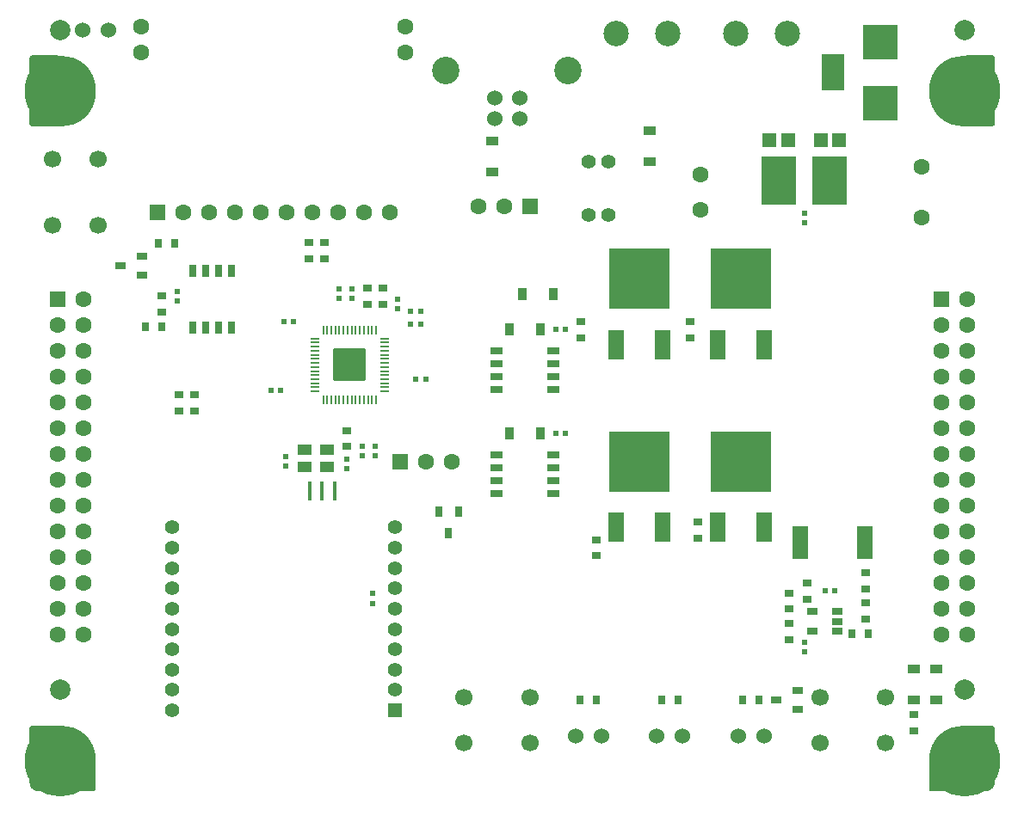
<source format=gts>
G04 #@! TF.GenerationSoftware,KiCad,Pcbnew,(6.0.11)*
G04 #@! TF.CreationDate,2023-05-10T01:59:27+09:00*
G04 #@! TF.ProjectId,RP2040CommandStation,52503230-3430-4436-9f6d-6d616e645374,rev?*
G04 #@! TF.SameCoordinates,PX6cb8080PY8d24d00*
G04 #@! TF.FileFunction,Soldermask,Top*
G04 #@! TF.FilePolarity,Negative*
%FSLAX46Y46*%
G04 Gerber Fmt 4.6, Leading zero omitted, Abs format (unit mm)*
G04 Created by KiCad (PCBNEW (6.0.11)) date 2023-05-10 01:59:27*
%MOMM*%
%LPD*%
G01*
G04 APERTURE LIST*
G04 Aperture macros list*
%AMRoundRect*
0 Rectangle with rounded corners*
0 $1 Rounding radius*
0 $2 $3 $4 $5 $6 $7 $8 $9 X,Y pos of 4 corners*
0 Add a 4 corners polygon primitive as box body*
4,1,4,$2,$3,$4,$5,$6,$7,$8,$9,$2,$3,0*
0 Add four circle primitives for the rounded corners*
1,1,$1+$1,$2,$3*
1,1,$1+$1,$4,$5*
1,1,$1+$1,$6,$7*
1,1,$1+$1,$8,$9*
0 Add four rect primitives between the rounded corners*
20,1,$1+$1,$2,$3,$4,$5,0*
20,1,$1+$1,$4,$5,$6,$7,0*
20,1,$1+$1,$6,$7,$8,$9,0*
20,1,$1+$1,$8,$9,$2,$3,0*%
G04 Aperture macros list end*
%ADD10C,2.000000*%
%ADD11R,0.900000X0.700000*%
%ADD12C,1.600000*%
%ADD13R,0.500000X0.550000*%
%ADD14C,1.400000*%
%ADD15R,1.600000X1.600000*%
%ADD16R,3.360000X4.860000*%
%ADD17R,1.390000X1.400000*%
%ADD18R,1.200000X0.850000*%
%ADD19C,1.524000*%
%ADD20C,7.000000*%
%ADD21R,3.500120X3.500120*%
%ADD22R,2.200000X3.600000*%
%ADD23C,2.500000*%
%ADD24C,2.700000*%
%ADD25R,1.000000X0.800000*%
%ADD26R,0.800000X1.000000*%
%ADD27R,1.500000X3.200000*%
%ADD28R,0.700000X0.900000*%
%ADD29C,1.700000*%
%ADD30R,1.400000X1.400000*%
%ADD31R,1.000000X0.700000*%
%ADD32R,1.400000X1.100000*%
%ADD33R,0.800000X1.300000*%
%ADD34RoundRect,0.050000X-0.387500X-0.050000X0.387500X-0.050000X0.387500X0.050000X-0.387500X0.050000X0*%
%ADD35RoundRect,0.050000X-0.050000X-0.387500X0.050000X-0.387500X0.050000X0.387500X-0.050000X0.387500X0*%
%ADD36RoundRect,0.144000X-1.456000X-1.456000X1.456000X-1.456000X1.456000X1.456000X-1.456000X1.456000X0*%
%ADD37R,0.550000X0.500000*%
%ADD38R,0.400000X1.900000*%
%ADD39R,0.850000X1.200000*%
%ADD40R,1.600000X3.000000*%
%ADD41R,6.000000X6.000000*%
%ADD42R,1.300000X0.800000*%
G04 APERTURE END LIST*
D10*
X206000000Y-73000000D03*
X206000000Y-138000000D03*
X117000000Y-138000000D03*
X117000000Y-73000000D03*
D11*
X169750000Y-124800000D03*
X169750000Y-123200000D03*
X168250000Y-101700000D03*
X168250000Y-103300000D03*
X179750000Y-121450000D03*
X179750000Y-123050000D03*
X179000000Y-101700000D03*
X179000000Y-103300000D03*
D12*
X201750000Y-86500000D03*
X201750000Y-91500000D03*
D13*
X190250000Y-91025000D03*
X190250000Y-91975000D03*
D14*
X169000000Y-86000000D03*
X171000000Y-86000000D03*
D13*
X190250000Y-133275000D03*
X190250000Y-134225000D03*
D15*
X126570000Y-91000000D03*
D12*
X129110000Y-91000000D03*
X131650000Y-91000000D03*
X134190000Y-91000000D03*
X136730000Y-91000000D03*
X139270000Y-91000000D03*
X141810000Y-91000000D03*
X144350000Y-91000000D03*
X146890000Y-91000000D03*
X149430000Y-91000000D03*
X151000000Y-75270000D03*
X151000000Y-72730000D03*
X125000000Y-72730000D03*
X125000000Y-75270000D03*
D16*
X187750000Y-87870000D03*
D17*
X186830000Y-83888000D03*
X188670000Y-83888000D03*
D18*
X203250000Y-139025000D03*
X203250000Y-135975000D03*
X201000000Y-139025000D03*
X201000000Y-135975000D03*
D19*
X178270000Y-142500000D03*
X175730000Y-142500000D03*
X119230000Y-73000000D03*
X121770000Y-73000000D03*
D20*
X206000000Y-79000000D03*
X206000000Y-145000000D03*
X117000000Y-79000000D03*
X117000000Y-145000000D03*
D21*
X197750000Y-80200140D03*
X197750000Y-74200660D03*
D22*
X193051000Y-77200400D03*
D23*
X176790000Y-73400000D03*
X171710000Y-73400000D03*
D19*
X159750000Y-81710000D03*
X162250000Y-81710000D03*
X162250000Y-79710000D03*
X159750000Y-79710000D03*
D24*
X154980000Y-77000000D03*
X167020000Y-77000000D03*
D15*
X116730000Y-99490000D03*
D12*
X119270000Y-99490000D03*
X116730000Y-102030000D03*
X119270000Y-102030000D03*
X116730000Y-104570000D03*
X119270000Y-104570000D03*
X116730000Y-107110000D03*
X119270000Y-107110000D03*
X116730000Y-109650000D03*
X119270000Y-109650000D03*
X116730000Y-112190000D03*
X119270000Y-112190000D03*
X116730000Y-114730000D03*
X119270000Y-114730000D03*
X116730000Y-117270000D03*
X119270000Y-117270000D03*
X116730000Y-119810000D03*
X119270000Y-119810000D03*
X116730000Y-122350000D03*
X119270000Y-122350000D03*
X116730000Y-124890000D03*
X119270000Y-124890000D03*
X116730000Y-127430000D03*
X119270000Y-127430000D03*
X116730000Y-129970000D03*
X119270000Y-129970000D03*
X116730000Y-132510000D03*
X119270000Y-132510000D03*
D15*
X203730000Y-99490000D03*
D12*
X206270000Y-99490000D03*
X203730000Y-102030000D03*
X206270000Y-102030000D03*
X203730000Y-104570000D03*
X206270000Y-104570000D03*
X203730000Y-107110000D03*
X206270000Y-107110000D03*
X203730000Y-109650000D03*
X206270000Y-109650000D03*
X203730000Y-112190000D03*
X206270000Y-112190000D03*
X203730000Y-114730000D03*
X206270000Y-114730000D03*
X203730000Y-117270000D03*
X206270000Y-117270000D03*
X203730000Y-119810000D03*
X206270000Y-119810000D03*
X203730000Y-122350000D03*
X206270000Y-122350000D03*
X203730000Y-124890000D03*
X206270000Y-124890000D03*
X203730000Y-127430000D03*
X206270000Y-127430000D03*
X203730000Y-129970000D03*
X206270000Y-129970000D03*
X203730000Y-132510000D03*
X206270000Y-132510000D03*
D25*
X189550000Y-139950000D03*
X189550000Y-138050000D03*
X187450000Y-139000000D03*
D26*
X156200000Y-120450000D03*
X154300000Y-120450000D03*
X155250000Y-122550000D03*
D25*
X125050000Y-97200000D03*
X125050000Y-95300000D03*
X122950000Y-96250000D03*
D27*
X189800000Y-123500000D03*
X196200000Y-123500000D03*
D11*
X188750000Y-131450000D03*
X188750000Y-133050000D03*
D28*
X194950000Y-132500000D03*
X196550000Y-132500000D03*
D11*
X141500000Y-93950000D03*
X141500000Y-95550000D03*
X143000000Y-95550000D03*
X143000000Y-93950000D03*
X128750000Y-108950000D03*
X128750000Y-110550000D03*
X130250000Y-108950000D03*
X130250000Y-110550000D03*
D28*
X177800000Y-139000000D03*
X176200000Y-139000000D03*
X185800000Y-139000000D03*
X184200000Y-139000000D03*
D11*
X201000000Y-140450000D03*
X201000000Y-142050000D03*
D28*
X128300000Y-94000000D03*
X126700000Y-94000000D03*
D29*
X116250000Y-92250000D03*
X116250000Y-85750000D03*
X120750000Y-92250000D03*
X120750000Y-85750000D03*
X198250000Y-143250000D03*
X191750000Y-143250000D03*
X198250000Y-138750000D03*
X191750000Y-138750000D03*
D30*
X150000000Y-140000000D03*
D14*
X150000000Y-138000000D03*
X150000000Y-136000000D03*
X150000000Y-134000000D03*
X150000000Y-132000000D03*
X150000000Y-130000000D03*
X150000000Y-128000000D03*
X150000000Y-126000000D03*
X150000000Y-124000000D03*
X150000000Y-122000000D03*
X128000000Y-122000000D03*
X128000000Y-124000000D03*
X128000000Y-126000000D03*
X128000000Y-128000000D03*
X128000000Y-130000000D03*
X128000000Y-132000000D03*
X128000000Y-134000000D03*
X128000000Y-136000000D03*
X128000000Y-138000000D03*
X128000000Y-140000000D03*
D31*
X193450000Y-132200000D03*
X193450000Y-131250000D03*
X193450000Y-130300000D03*
X191050000Y-130300000D03*
X191050000Y-132200000D03*
D11*
X196250000Y-129450000D03*
X196250000Y-131050000D03*
D29*
X163250000Y-143250000D03*
X156750000Y-143250000D03*
X163250000Y-138750000D03*
X156750000Y-138750000D03*
D15*
X163290000Y-90375000D03*
D12*
X160750000Y-90375000D03*
X158210000Y-90375000D03*
D11*
X145250000Y-112450000D03*
X145250000Y-114050000D03*
X148750000Y-98450000D03*
X148750000Y-100050000D03*
X147250000Y-98450000D03*
X147250000Y-100050000D03*
D28*
X127050000Y-102250000D03*
X125450000Y-102250000D03*
D11*
X127000000Y-99200000D03*
X127000000Y-100800000D03*
D32*
X141100000Y-116050000D03*
X143300000Y-116050000D03*
X143300000Y-114350000D03*
X141100000Y-114350000D03*
D15*
X150460000Y-115500000D03*
D12*
X153000000Y-115500000D03*
X155540000Y-115500000D03*
D33*
X130095000Y-102300000D03*
X131365000Y-102300000D03*
X132635000Y-102300000D03*
X133905000Y-102300000D03*
X133905000Y-96700000D03*
X132635000Y-96700000D03*
X131365000Y-96700000D03*
X130095000Y-96700000D03*
D13*
X128500000Y-98775000D03*
X128500000Y-99725000D03*
D34*
X142062500Y-103400000D03*
X142062500Y-103800000D03*
X142062500Y-104200000D03*
X142062500Y-104600000D03*
X142062500Y-105000000D03*
X142062500Y-105400000D03*
X142062500Y-105800000D03*
X142062500Y-106200000D03*
X142062500Y-106600000D03*
X142062500Y-107000000D03*
X142062500Y-107400000D03*
X142062500Y-107800000D03*
X142062500Y-108200000D03*
X142062500Y-108600000D03*
D35*
X142900000Y-109437500D03*
X143300000Y-109437500D03*
X143700000Y-109437500D03*
X144100000Y-109437500D03*
X144500000Y-109437500D03*
X144900000Y-109437500D03*
X145300000Y-109437500D03*
X145700000Y-109437500D03*
X146100000Y-109437500D03*
X146500000Y-109437500D03*
X146900000Y-109437500D03*
X147300000Y-109437500D03*
X147700000Y-109437500D03*
X148100000Y-109437500D03*
D34*
X148937500Y-108600000D03*
X148937500Y-108200000D03*
X148937500Y-107800000D03*
X148937500Y-107400000D03*
X148937500Y-107000000D03*
X148937500Y-106600000D03*
X148937500Y-106200000D03*
X148937500Y-105800000D03*
X148937500Y-105400000D03*
X148937500Y-105000000D03*
X148937500Y-104600000D03*
X148937500Y-104200000D03*
X148937500Y-103800000D03*
X148937500Y-103400000D03*
D35*
X148100000Y-102562500D03*
X147700000Y-102562500D03*
X147300000Y-102562500D03*
X146900000Y-102562500D03*
X146500000Y-102562500D03*
X146100000Y-102562500D03*
X145700000Y-102562500D03*
X145300000Y-102562500D03*
X144900000Y-102562500D03*
X144500000Y-102562500D03*
X144100000Y-102562500D03*
X143700000Y-102562500D03*
X143300000Y-102562500D03*
X142900000Y-102562500D03*
D36*
X145500000Y-106000000D03*
D37*
X152025000Y-107400000D03*
X152975000Y-107400000D03*
D13*
X144500000Y-99475000D03*
X144500000Y-98525000D03*
D37*
X138725000Y-108500000D03*
X137775000Y-108500000D03*
D13*
X145750000Y-99475000D03*
X145750000Y-98525000D03*
D37*
X139975000Y-101750000D03*
X139025000Y-101750000D03*
D13*
X147750000Y-129475000D03*
X147750000Y-128525000D03*
X150250000Y-100475000D03*
X150250000Y-99525000D03*
D37*
X151525000Y-100750000D03*
X152475000Y-100750000D03*
D13*
X148000000Y-114025000D03*
X148000000Y-114975000D03*
X145250000Y-115275000D03*
X145250000Y-116225000D03*
X139250000Y-115975000D03*
X139250000Y-115025000D03*
X146750000Y-114025000D03*
X146750000Y-114975000D03*
D37*
X151525000Y-102000000D03*
X152475000Y-102000000D03*
D11*
X188750000Y-128450000D03*
X188750000Y-130050000D03*
D18*
X175000000Y-86025000D03*
X175000000Y-82975000D03*
D12*
X180000000Y-87250000D03*
X180000000Y-90750000D03*
D19*
X186270000Y-142500000D03*
X183730000Y-142500000D03*
X170270000Y-142500000D03*
X167730000Y-142500000D03*
D28*
X169800000Y-139000000D03*
X168200000Y-139000000D03*
D18*
X159500000Y-87025000D03*
X159500000Y-83975000D03*
D38*
X141600000Y-118400000D03*
X142800000Y-118400000D03*
X144000000Y-118400000D03*
D39*
X164275000Y-112750000D03*
X161225000Y-112750000D03*
D40*
X171700000Y-104000000D03*
D41*
X174000000Y-97500000D03*
D40*
X176300000Y-104000000D03*
D37*
X165775000Y-112750000D03*
X166725000Y-112750000D03*
D39*
X162475000Y-99000000D03*
X165525000Y-99000000D03*
D11*
X196250000Y-126450000D03*
X196250000Y-128050000D03*
D40*
X181700000Y-122000000D03*
D41*
X184000000Y-115500000D03*
D40*
X186300000Y-122000000D03*
X171700000Y-122000000D03*
D41*
X174000000Y-115500000D03*
D40*
X176300000Y-122000000D03*
D39*
X164275000Y-102500000D03*
X161225000Y-102500000D03*
D16*
X192750000Y-87870000D03*
D17*
X193670000Y-83888000D03*
X191830000Y-83888000D03*
D23*
X188540000Y-73400000D03*
X183460000Y-73400000D03*
D42*
X159950000Y-104595000D03*
X159950000Y-105865000D03*
X159950000Y-107135000D03*
X159950000Y-108405000D03*
X165550000Y-108405000D03*
X165550000Y-107135000D03*
X165550000Y-105865000D03*
X165550000Y-104595000D03*
D37*
X192275000Y-128250000D03*
X193225000Y-128250000D03*
D14*
X169000000Y-91250000D03*
X171000000Y-91250000D03*
D42*
X159950000Y-114845000D03*
X159950000Y-116115000D03*
X159950000Y-117385000D03*
X159950000Y-118655000D03*
X165550000Y-118655000D03*
X165550000Y-117385000D03*
X165550000Y-116115000D03*
X165550000Y-114845000D03*
D40*
X181700000Y-104000000D03*
D41*
X184000000Y-97500000D03*
D40*
X186300000Y-104000000D03*
D11*
X190500000Y-127450000D03*
X190500000Y-129050000D03*
D37*
X165775000Y-102500000D03*
X166725000Y-102500000D03*
G36*
X116711980Y-75502383D02*
G01*
X116790613Y-75518024D01*
X116835313Y-75536539D01*
X116891624Y-75574165D01*
X116925835Y-75608376D01*
X116963461Y-75664687D01*
X116981976Y-75709387D01*
X116997617Y-75788020D01*
X117000000Y-75812211D01*
X117000000Y-82187789D01*
X116997617Y-82211980D01*
X116981976Y-82290613D01*
X116963461Y-82335313D01*
X116925835Y-82391624D01*
X116891624Y-82425835D01*
X116835313Y-82463461D01*
X116790613Y-82481976D01*
X116711980Y-82497617D01*
X116687789Y-82500000D01*
X114312211Y-82500000D01*
X114288020Y-82497617D01*
X114209387Y-82481976D01*
X114164687Y-82463461D01*
X114108376Y-82425835D01*
X114074165Y-82391624D01*
X114036539Y-82335313D01*
X114018024Y-82290613D01*
X114002383Y-82211980D01*
X114000000Y-82187789D01*
X114000000Y-75812211D01*
X114002383Y-75788020D01*
X114018024Y-75709387D01*
X114036539Y-75664687D01*
X114074165Y-75608376D01*
X114108376Y-75574165D01*
X114164687Y-75536539D01*
X114209387Y-75518024D01*
X114288020Y-75502383D01*
X114312211Y-75500000D01*
X116687789Y-75500000D01*
X116711980Y-75502383D01*
G37*
G36*
X208711980Y-75502383D02*
G01*
X208790613Y-75518024D01*
X208835313Y-75536539D01*
X208891624Y-75574165D01*
X208925835Y-75608376D01*
X208963461Y-75664687D01*
X208981976Y-75709387D01*
X208997617Y-75788020D01*
X209000000Y-75812211D01*
X209000000Y-82187789D01*
X208997617Y-82211980D01*
X208981976Y-82290613D01*
X208963461Y-82335313D01*
X208925835Y-82391624D01*
X208891624Y-82425835D01*
X208835313Y-82463461D01*
X208790613Y-82481976D01*
X208711980Y-82497617D01*
X208687789Y-82500000D01*
X206312211Y-82500000D01*
X206288020Y-82497617D01*
X206209387Y-82481976D01*
X206164687Y-82463461D01*
X206108376Y-82425835D01*
X206074165Y-82391624D01*
X206036539Y-82335313D01*
X206018024Y-82290613D01*
X206002383Y-82211980D01*
X206000000Y-82187789D01*
X206000000Y-75812211D01*
X206002383Y-75788020D01*
X206018024Y-75709387D01*
X206036539Y-75664687D01*
X206074165Y-75608376D01*
X206108376Y-75574165D01*
X206164687Y-75536539D01*
X206209387Y-75518024D01*
X206288020Y-75502383D01*
X206312211Y-75500000D01*
X208687789Y-75500000D01*
X208711980Y-75502383D01*
G37*
G36*
X208711980Y-141502383D02*
G01*
X208790613Y-141518024D01*
X208835313Y-141536539D01*
X208891624Y-141574165D01*
X208925835Y-141608376D01*
X208963461Y-141664687D01*
X208981976Y-141709387D01*
X208997617Y-141788020D01*
X209000000Y-141812211D01*
X209000000Y-146983731D01*
X208999963Y-146986769D01*
X208999714Y-146996929D01*
X208999415Y-147003019D01*
X208998666Y-147013166D01*
X208998405Y-147016192D01*
X208983980Y-147162651D01*
X208983234Y-147168694D01*
X208980253Y-147188787D01*
X208977880Y-147200719D01*
X208972949Y-147220405D01*
X208971326Y-147226271D01*
X208933339Y-147351499D01*
X208931431Y-147357273D01*
X208924594Y-147376384D01*
X208919934Y-147387635D01*
X208911252Y-147405990D01*
X208908518Y-147411423D01*
X208846824Y-147526846D01*
X208843823Y-147532143D01*
X208833399Y-147549534D01*
X208826638Y-147559651D01*
X208814540Y-147575963D01*
X208810797Y-147580760D01*
X208727782Y-147681915D01*
X208723806Y-147686524D01*
X208710172Y-147701567D01*
X208701567Y-147710172D01*
X208686524Y-147723806D01*
X208681915Y-147727782D01*
X208580760Y-147810797D01*
X208575963Y-147814540D01*
X208559651Y-147826638D01*
X208549534Y-147833399D01*
X208532143Y-147843823D01*
X208526846Y-147846824D01*
X208411423Y-147908518D01*
X208405990Y-147911252D01*
X208387635Y-147919934D01*
X208376384Y-147924594D01*
X208357273Y-147931431D01*
X208351499Y-147933339D01*
X208226271Y-147971326D01*
X208220405Y-147972949D01*
X208200719Y-147977880D01*
X208188787Y-147980253D01*
X208168694Y-147983234D01*
X208162651Y-147983980D01*
X208016192Y-147998405D01*
X208013166Y-147998666D01*
X208003019Y-147999415D01*
X207996929Y-147999714D01*
X207986769Y-147999963D01*
X207983731Y-148000000D01*
X202812211Y-148000000D01*
X202788020Y-147997617D01*
X202709387Y-147981976D01*
X202664687Y-147963461D01*
X202608376Y-147925835D01*
X202574165Y-147891624D01*
X202536539Y-147835313D01*
X202518024Y-147790613D01*
X202502383Y-147711980D01*
X202500000Y-147687789D01*
X202500000Y-145312211D01*
X202502383Y-145288020D01*
X202518024Y-145209387D01*
X202536539Y-145164687D01*
X202574165Y-145108376D01*
X202608376Y-145074165D01*
X202664687Y-145036539D01*
X202709387Y-145018024D01*
X202788020Y-145002383D01*
X202812211Y-145000000D01*
X205693904Y-145000000D01*
X205705980Y-144998810D01*
X205802827Y-144979547D01*
X205824959Y-144970379D01*
X205901979Y-144918916D01*
X205918916Y-144901979D01*
X205970379Y-144824959D01*
X205979547Y-144802827D01*
X205998810Y-144705980D01*
X206000000Y-144693904D01*
X206000000Y-141812211D01*
X206002383Y-141788020D01*
X206018024Y-141709387D01*
X206036539Y-141664687D01*
X206074165Y-141608376D01*
X206108376Y-141574165D01*
X206164687Y-141536539D01*
X206209387Y-141518024D01*
X206288020Y-141502383D01*
X206312211Y-141500000D01*
X208687789Y-141500000D01*
X208711980Y-141502383D01*
G37*
G36*
X116887716Y-141502383D02*
G01*
X116966349Y-141518024D01*
X117011049Y-141536539D01*
X117077715Y-141581084D01*
X117096505Y-141596505D01*
X120403495Y-144903495D01*
X120418916Y-144922285D01*
X120463461Y-144988951D01*
X120481976Y-145033651D01*
X120497617Y-145112284D01*
X120500000Y-145136475D01*
X120500000Y-147687789D01*
X120497617Y-147711980D01*
X120481976Y-147790613D01*
X120463461Y-147835313D01*
X120425835Y-147891624D01*
X120391624Y-147925835D01*
X120335313Y-147963461D01*
X120290613Y-147981976D01*
X120211980Y-147997617D01*
X120187789Y-148000000D01*
X115016269Y-148000000D01*
X115013231Y-147999963D01*
X115003071Y-147999714D01*
X114996981Y-147999415D01*
X114986834Y-147998666D01*
X114983808Y-147998405D01*
X114837349Y-147983980D01*
X114831306Y-147983234D01*
X114811213Y-147980253D01*
X114799281Y-147977880D01*
X114779595Y-147972949D01*
X114773729Y-147971326D01*
X114648501Y-147933339D01*
X114642727Y-147931431D01*
X114623616Y-147924594D01*
X114612365Y-147919934D01*
X114594010Y-147911252D01*
X114588577Y-147908518D01*
X114473154Y-147846824D01*
X114467857Y-147843823D01*
X114450466Y-147833399D01*
X114440349Y-147826638D01*
X114424037Y-147814540D01*
X114419240Y-147810797D01*
X114318085Y-147727782D01*
X114313476Y-147723806D01*
X114298433Y-147710172D01*
X114289828Y-147701567D01*
X114276194Y-147686524D01*
X114272218Y-147681915D01*
X114189203Y-147580760D01*
X114185460Y-147575963D01*
X114173362Y-147559651D01*
X114166601Y-147549534D01*
X114156177Y-147532143D01*
X114153176Y-147526846D01*
X114091482Y-147411423D01*
X114088748Y-147405990D01*
X114080066Y-147387635D01*
X114075406Y-147376384D01*
X114068569Y-147357273D01*
X114066661Y-147351499D01*
X114028674Y-147226271D01*
X114027051Y-147220405D01*
X114022120Y-147200719D01*
X114019747Y-147188787D01*
X114016766Y-147168694D01*
X114016020Y-147162651D01*
X114001595Y-147016192D01*
X114001334Y-147013166D01*
X114000585Y-147003019D01*
X114000286Y-146996929D01*
X114000037Y-146986769D01*
X114000000Y-146983731D01*
X114000000Y-141812211D01*
X114002383Y-141788020D01*
X114018024Y-141709387D01*
X114036539Y-141664687D01*
X114074165Y-141608376D01*
X114108376Y-141574165D01*
X114164687Y-141536539D01*
X114209387Y-141518024D01*
X114288020Y-141502383D01*
X114312211Y-141500000D01*
X116863525Y-141500000D01*
X116887716Y-141502383D01*
G37*
M02*

</source>
